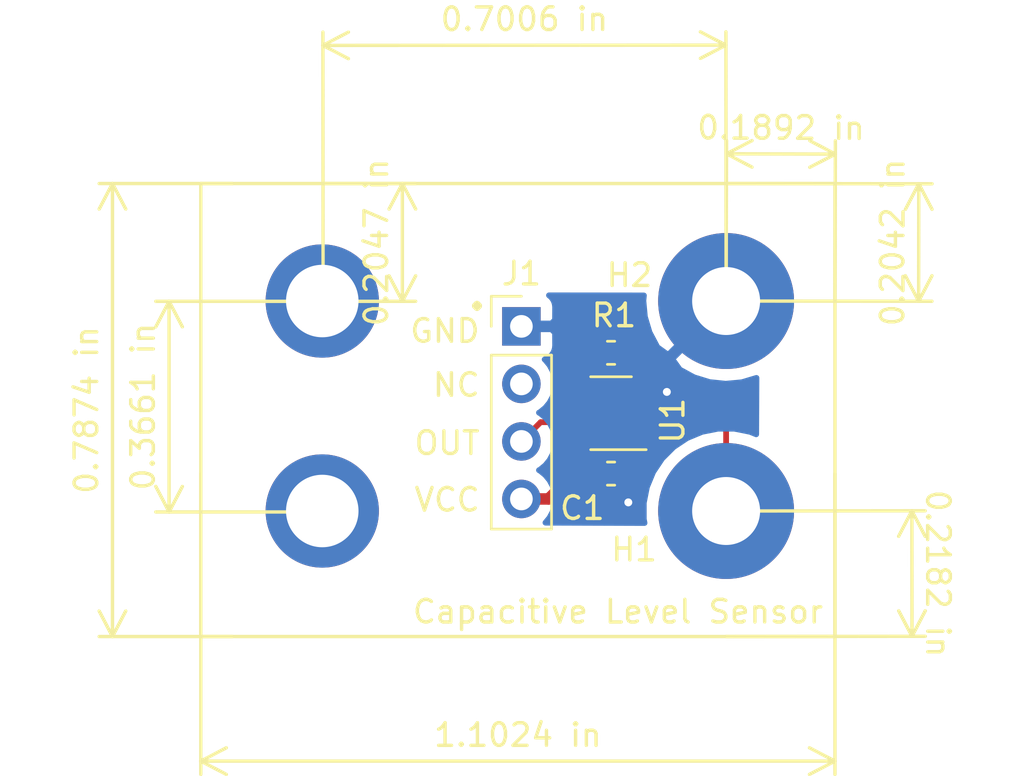
<source format=kicad_pcb>
(kicad_pcb (version 20171130) (host pcbnew "(5.1.2)-2")

  (general
    (thickness 1.6)
    (drawings 18)
    (tracks 32)
    (zones 0)
    (modules 6)
    (nets 6)
  )

  (page A4)
  (layers
    (0 F.Cu signal)
    (31 B.Cu signal)
    (32 B.Adhes user)
    (33 F.Adhes user)
    (34 B.Paste user)
    (35 F.Paste user)
    (36 B.SilkS user)
    (37 F.SilkS user)
    (38 B.Mask user)
    (39 F.Mask user)
    (40 Dwgs.User user)
    (41 Cmts.User user)
    (42 Eco1.User user)
    (43 Eco2.User user)
    (44 Edge.Cuts user)
    (45 Margin user)
    (46 B.CrtYd user)
    (47 F.CrtYd user)
    (48 B.Fab user)
    (49 F.Fab user hide)
  )

  (setup
    (last_trace_width 0.254)
    (user_trace_width 0.254)
    (user_trace_width 0.508)
    (user_trace_width 0.762)
    (trace_clearance 0.2)
    (zone_clearance 0.508)
    (zone_45_only no)
    (trace_min 0.2)
    (via_size 0.7)
    (via_drill 0.35)
    (via_min_size 0.4)
    (via_min_drill 0.3)
    (user_via 0.7 0.35)
    (user_via 1 0.5)
    (user_via 5 3.2)
    (uvia_size 0.3)
    (uvia_drill 0.1)
    (uvias_allowed no)
    (uvia_min_size 0.2)
    (uvia_min_drill 0.1)
    (edge_width 0.1)
    (segment_width 0.2)
    (pcb_text_width 0.3)
    (pcb_text_size 1.5 1.5)
    (mod_edge_width 0.15)
    (mod_text_size 1 1)
    (mod_text_width 0.15)
    (pad_size 1.7 1.7)
    (pad_drill 1)
    (pad_to_mask_clearance 0)
    (aux_axis_origin 0 0)
    (visible_elements 7FFFEFFF)
    (pcbplotparams
      (layerselection 0x000f0_ffffffff)
      (usegerberextensions false)
      (usegerberattributes false)
      (usegerberadvancedattributes false)
      (creategerberjobfile false)
      (excludeedgelayer true)
      (linewidth 0.100000)
      (plotframeref false)
      (viasonmask false)
      (mode 1)
      (useauxorigin false)
      (hpglpennumber 1)
      (hpglpenspeed 20)
      (hpglpendiameter 15.000000)
      (psnegative false)
      (psa4output false)
      (plotreference true)
      (plotvalue false)
      (plotinvisibletext false)
      (padsonsilk false)
      (subtractmaskfromsilk false)
      (outputformat 1)
      (mirror false)
      (drillshape 0)
      (scaleselection 1)
      (outputdirectory "schmitt_fab/"))
  )

  (net 0 "")
  (net 1 GND)
  (net 2 VCC)
  (net 3 "Net-(H1-Pad1)")
  (net 4 "Net-(J1-Pad3)")
  (net 5 "Net-(J1-Pad2)")

  (net_class Default "This is the default net class."
    (clearance 0.2)
    (trace_width 0.254)
    (via_dia 0.7)
    (via_drill 0.35)
    (uvia_dia 0.3)
    (uvia_drill 0.1)
    (add_net GND)
    (add_net "Net-(H1-Pad1)")
    (add_net "Net-(J1-Pad2)")
    (add_net "Net-(J1-Pad3)")
    (add_net VCC)
  )

  (module Capacitor_SMD:C_0603_1608Metric (layer F.Cu) (tedit 5B301BBE) (tstamp 607012E4)
    (at 150.114 106.807)
    (descr "Capacitor SMD 0603 (1608 Metric), square (rectangular) end terminal, IPC_7351 nominal, (Body size source: http://www.tortai-tech.com/upload/download/2011102023233369053.pdf), generated with kicad-footprint-generator")
    (tags capacitor)
    (path /6089A4E2)
    (attr smd)
    (fp_text reference C1 (at -1.27 1.524) (layer F.SilkS)
      (effects (font (size 1 1) (thickness 0.15)))
    )
    (fp_text value C (at 0 -1.397) (layer F.Fab)
      (effects (font (size 1 1) (thickness 0.15)))
    )
    (fp_text user %R (at 0 0) (layer F.Fab)
      (effects (font (size 0.4 0.4) (thickness 0.06)))
    )
    (fp_line (start 1.48 0.73) (end -1.48 0.73) (layer F.CrtYd) (width 0.05))
    (fp_line (start 1.48 -0.73) (end 1.48 0.73) (layer F.CrtYd) (width 0.05))
    (fp_line (start -1.48 -0.73) (end 1.48 -0.73) (layer F.CrtYd) (width 0.05))
    (fp_line (start -1.48 0.73) (end -1.48 -0.73) (layer F.CrtYd) (width 0.05))
    (fp_line (start -0.162779 0.51) (end 0.162779 0.51) (layer F.SilkS) (width 0.12))
    (fp_line (start -0.162779 -0.51) (end 0.162779 -0.51) (layer F.SilkS) (width 0.12))
    (fp_line (start 0.8 0.4) (end -0.8 0.4) (layer F.Fab) (width 0.1))
    (fp_line (start 0.8 -0.4) (end 0.8 0.4) (layer F.Fab) (width 0.1))
    (fp_line (start -0.8 -0.4) (end 0.8 -0.4) (layer F.Fab) (width 0.1))
    (fp_line (start -0.8 0.4) (end -0.8 -0.4) (layer F.Fab) (width 0.1))
    (pad 2 smd roundrect (at 0.7875 0) (size 0.875 0.95) (layers F.Cu F.Paste F.Mask) (roundrect_rratio 0.25)
      (net 1 GND))
    (pad 1 smd roundrect (at -0.7875 0) (size 0.875 0.95) (layers F.Cu F.Paste F.Mask) (roundrect_rratio 0.25)
      (net 2 VCC))
    (model ${KISYS3DMOD}/Capacitor_SMD.3dshapes/C_0603_1608Metric.wrl
      (at (xyz 0 0 0))
      (scale (xyz 1 1 1))
      (rotate (xyz 0 0 0))
    )
  )

  (module Connector_PinHeader_2.54mm:PinHeader_1x04_P2.54mm_Vertical (layer F.Cu) (tedit 59FED5CC) (tstamp 606FAA90)
    (at 146.155781 100.306167)
    (descr "Through hole straight pin header, 1x04, 2.54mm pitch, single row")
    (tags "Through hole pin header THT 1x04 2.54mm single row")
    (path /606DF9E3)
    (fp_text reference J1 (at 0 -2.33) (layer F.SilkS)
      (effects (font (size 1 1) (thickness 0.15)))
    )
    (fp_text value " " (at 0 9.95) (layer F.Fab)
      (effects (font (size 1 1) (thickness 0.15)))
    )
    (fp_text user %R (at 0 3.81 90) (layer F.Fab)
      (effects (font (size 1 1) (thickness 0.15)))
    )
    (fp_line (start 1.8 -1.8) (end -1.8 -1.8) (layer F.CrtYd) (width 0.05))
    (fp_line (start 1.8 9.4) (end 1.8 -1.8) (layer F.CrtYd) (width 0.05))
    (fp_line (start -1.8 9.4) (end 1.8 9.4) (layer F.CrtYd) (width 0.05))
    (fp_line (start -1.8 -1.8) (end -1.8 9.4) (layer F.CrtYd) (width 0.05))
    (fp_line (start -1.33 -1.33) (end 0 -1.33) (layer F.SilkS) (width 0.12))
    (fp_line (start -1.33 0) (end -1.33 -1.33) (layer F.SilkS) (width 0.12))
    (fp_line (start -1.33 1.27) (end 1.33 1.27) (layer F.SilkS) (width 0.12))
    (fp_line (start 1.33 1.27) (end 1.33 8.95) (layer F.SilkS) (width 0.12))
    (fp_line (start -1.33 1.27) (end -1.33 8.95) (layer F.SilkS) (width 0.12))
    (fp_line (start -1.33 8.95) (end 1.33 8.95) (layer F.SilkS) (width 0.12))
    (fp_line (start -1.27 -0.635) (end -0.635 -1.27) (layer F.Fab) (width 0.1))
    (fp_line (start -1.27 8.89) (end -1.27 -0.635) (layer F.Fab) (width 0.1))
    (fp_line (start 1.27 8.89) (end -1.27 8.89) (layer F.Fab) (width 0.1))
    (fp_line (start 1.27 -1.27) (end 1.27 8.89) (layer F.Fab) (width 0.1))
    (fp_line (start -0.635 -1.27) (end 1.27 -1.27) (layer F.Fab) (width 0.1))
    (pad 4 thru_hole oval (at 0 7.62) (size 1.7 1.7) (drill 1) (layers *.Cu *.Mask)
      (net 2 VCC))
    (pad 3 thru_hole oval (at 0 5.08) (size 1.7 1.7) (drill 1) (layers *.Cu *.Mask)
      (net 4 "Net-(J1-Pad3)"))
    (pad 2 thru_hole oval (at 0 2.54) (size 1.7 1.7) (drill 1) (layers *.Cu *.Mask)
      (net 5 "Net-(J1-Pad2)"))
    (pad 1 thru_hole rect (at 0 0) (size 1.7 1.7) (drill 1) (layers *.Cu *.Mask)
      (net 1 GND))
    (model ${KISYS3DMOD}/Connector_PinHeader_2.54mm.3dshapes/PinHeader_1x04_P2.54mm_Vertical.wrl
      (at (xyz 0 0 0))
      (scale (xyz 1 1 1))
      (rotate (xyz 0 0 0))
    )
  )

  (module MountingHole:MountingHole_3mm_Pad (layer F.Cu) (tedit 56D1B4CB) (tstamp 6064D5BE)
    (at 155.194 99.187)
    (descr "Mounting Hole 3mm")
    (tags "mounting hole 3mm")
    (path /6064EA65)
    (attr virtual)
    (fp_text reference H2 (at -4.2672 -1.143) (layer F.SilkS)
      (effects (font (size 1 1) (thickness 0.15)))
    )
    (fp_text value " " (at 0 4) (layer F.Fab)
      (effects (font (size 1 1) (thickness 0.15)))
    )
    (fp_circle (center 0 0) (end 3.25 0) (layer F.CrtYd) (width 0.05))
    (fp_circle (center 0 0) (end 3 0) (layer Cmts.User) (width 0.15))
    (fp_text user %R (at 0.3 0) (layer F.Fab)
      (effects (font (size 1 1) (thickness 0.15)))
    )
    (pad 1 thru_hole circle (at 0 0) (size 6 6) (drill 3) (layers *.Cu *.Mask)
      (net 1 GND))
  )

  (module MountingHole:MountingHole_3mm_Pad (layer F.Cu) (tedit 56D1B4CB) (tstamp 6064D5B6)
    (at 155.194 108.458)
    (descr "Mounting Hole 3mm")
    (tags "mounting hole 3mm")
    (path /6062F18F)
    (attr virtual)
    (fp_text reference H1 (at -4.064 1.7018) (layer F.SilkS)
      (effects (font (size 1 1) (thickness 0.15)))
    )
    (fp_text value " " (at 0 4) (layer F.Fab)
      (effects (font (size 1 1) (thickness 0.15)))
    )
    (fp_circle (center 0 0) (end 3.25 0) (layer F.CrtYd) (width 0.05))
    (fp_circle (center 0 0) (end 3 0) (layer Cmts.User) (width 0.15))
    (fp_text user %R (at 0.3 0) (layer F.Fab)
      (effects (font (size 1 1) (thickness 0.15)))
    )
    (pad 1 thru_hole circle (at 0 0) (size 6 6) (drill 3) (layers *.Cu *.Mask)
      (net 3 "Net-(H1-Pad1)"))
  )

  (module Package_TO_SOT_SMD:SOT-23-5 (layer F.Cu) (tedit 5A02FF57) (tstamp 6064D5FB)
    (at 150.114 104.14 180)
    (descr "5-pin SOT23 package")
    (tags SOT-23-5)
    (path /6089870D)
    (attr smd)
    (fp_text reference U1 (at -2.7178 -0.3302 90) (layer F.SilkS)
      (effects (font (size 1 1) (thickness 0.15)))
    )
    (fp_text value " " (at -0.254 -2.286) (layer F.Fab)
      (effects (font (size 1 1) (thickness 0.15)))
    )
    (fp_line (start 0.9 -1.55) (end 0.9 1.55) (layer F.Fab) (width 0.1))
    (fp_line (start 0.9 1.55) (end -0.9 1.55) (layer F.Fab) (width 0.1))
    (fp_line (start -0.9 -0.9) (end -0.9 1.55) (layer F.Fab) (width 0.1))
    (fp_line (start 0.9 -1.55) (end -0.25 -1.55) (layer F.Fab) (width 0.1))
    (fp_line (start -0.9 -0.9) (end -0.25 -1.55) (layer F.Fab) (width 0.1))
    (fp_line (start -1.9 1.8) (end -1.9 -1.8) (layer F.CrtYd) (width 0.05))
    (fp_line (start 1.9 1.8) (end -1.9 1.8) (layer F.CrtYd) (width 0.05))
    (fp_line (start 1.9 -1.8) (end 1.9 1.8) (layer F.CrtYd) (width 0.05))
    (fp_line (start -1.9 -1.8) (end 1.9 -1.8) (layer F.CrtYd) (width 0.05))
    (fp_line (start 0.9 -1.61) (end -1.55 -1.61) (layer F.SilkS) (width 0.12))
    (fp_line (start -0.9 1.61) (end 0.9 1.61) (layer F.SilkS) (width 0.12))
    (fp_text user %R (at 0 0 90) (layer F.Fab)
      (effects (font (size 0.5 0.5) (thickness 0.075)))
    )
    (pad 5 smd rect (at 1.1 -0.95 180) (size 1.06 0.65) (layers F.Cu F.Paste F.Mask)
      (net 2 VCC))
    (pad 4 smd rect (at 1.1 0.95 180) (size 1.06 0.65) (layers F.Cu F.Paste F.Mask)
      (net 4 "Net-(J1-Pad3)"))
    (pad 3 smd rect (at -1.1 0.95 180) (size 1.06 0.65) (layers F.Cu F.Paste F.Mask)
      (net 1 GND))
    (pad 2 smd rect (at -1.1 0 180) (size 1.06 0.65) (layers F.Cu F.Paste F.Mask)
      (net 3 "Net-(H1-Pad1)"))
    (pad 1 smd rect (at -1.1 -0.95 180) (size 1.06 0.65) (layers F.Cu F.Paste F.Mask))
    (model ${KISYS3DMOD}/Package_TO_SOT_SMD.3dshapes/SOT-23-5.wrl
      (at (xyz 0 0 0))
      (scale (xyz 1 1 1))
      (rotate (xyz 0 0 0))
    )
  )

  (module Resistor_SMD:R_0603_1608Metric (layer F.Cu) (tedit 5B301BBD) (tstamp 6064D5E6)
    (at 150.114 101.473)
    (descr "Resistor SMD 0603 (1608 Metric), square (rectangular) end terminal, IPC_7351 nominal, (Body size source: http://www.tortai-tech.com/upload/download/2011102023233369053.pdf), generated with kicad-footprint-generator")
    (tags resistor)
    (path /6089DE2C)
    (attr smd)
    (fp_text reference R1 (at 0.127 -1.651) (layer F.SilkS)
      (effects (font (size 1 1) (thickness 0.15)))
    )
    (fp_text value R (at 2.159 -0.127) (layer F.Fab)
      (effects (font (size 1 1) (thickness 0.15)))
    )
    (fp_text user %R (at 0 0) (layer F.Fab)
      (effects (font (size 0.4 0.4) (thickness 0.06)))
    )
    (fp_line (start 1.48 0.73) (end -1.48 0.73) (layer F.CrtYd) (width 0.05))
    (fp_line (start 1.48 -0.73) (end 1.48 0.73) (layer F.CrtYd) (width 0.05))
    (fp_line (start -1.48 -0.73) (end 1.48 -0.73) (layer F.CrtYd) (width 0.05))
    (fp_line (start -1.48 0.73) (end -1.48 -0.73) (layer F.CrtYd) (width 0.05))
    (fp_line (start -0.162779 0.51) (end 0.162779 0.51) (layer F.SilkS) (width 0.12))
    (fp_line (start -0.162779 -0.51) (end 0.162779 -0.51) (layer F.SilkS) (width 0.12))
    (fp_line (start 0.8 0.4) (end -0.8 0.4) (layer F.Fab) (width 0.1))
    (fp_line (start 0.8 -0.4) (end 0.8 0.4) (layer F.Fab) (width 0.1))
    (fp_line (start -0.8 -0.4) (end 0.8 -0.4) (layer F.Fab) (width 0.1))
    (fp_line (start -0.8 0.4) (end -0.8 -0.4) (layer F.Fab) (width 0.1))
    (pad 2 smd roundrect (at 0.7875 0) (size 0.875 0.95) (layers F.Cu F.Paste F.Mask) (roundrect_rratio 0.25)
      (net 3 "Net-(H1-Pad1)"))
    (pad 1 smd roundrect (at -0.7875 0) (size 0.875 0.95) (layers F.Cu F.Paste F.Mask) (roundrect_rratio 0.25)
      (net 4 "Net-(J1-Pad3)"))
    (model ${KISYS3DMOD}/Resistor_SMD.3dshapes/R_0603_1608Metric.wrl
      (at (xyz 0 0 0))
      (scale (xyz 1 1 1))
      (rotate (xyz 0 0 0))
    )
  )

  (dimension 17.794005 (width 0.15) (layer F.SilkS)
    (gr_text "17.794 mm" (at 146.287795 86.594164 0.04185933467) (layer F.SilkS)
      (effects (font (size 1 1) (thickness 0.15)))
    )
    (feature1 (pts (xy 137.4 99.2) (xy 137.391316 87.314243)))
    (feature2 (pts (xy 155.194 99.187) (xy 155.185316 87.301243)))
    (crossbar (pts (xy 155.185745 87.887664) (xy 137.391745 87.900664)))
    (arrow1a (pts (xy 137.391745 87.900664) (xy 138.51782 87.31342)))
    (arrow1b (pts (xy 137.391745 87.900664) (xy 138.518677 88.486262)))
    (arrow2a (pts (xy 155.185745 87.887664) (xy 154.058813 87.302066)))
    (arrow2b (pts (xy 155.185745 87.887664) (xy 154.05967 88.474908)))
  )
  (dimension 5.2 (width 0.15) (layer F.SilkS)
    (gr_text "5.200 mm" (at 142.2 96.6 90) (layer F.SilkS)
      (effects (font (size 1 1) (thickness 0.15)))
    )
    (feature1 (pts (xy 137.4 94) (xy 141.486421 94)))
    (feature2 (pts (xy 137.4 99.2) (xy 141.486421 99.2)))
    (crossbar (pts (xy 140.9 99.2) (xy 140.9 94)))
    (arrow1a (pts (xy 140.9 94) (xy 141.486421 95.126504)))
    (arrow1b (pts (xy 140.9 94) (xy 140.313579 95.126504)))
    (arrow2a (pts (xy 140.9 99.2) (xy 141.486421 98.073496)))
    (arrow2b (pts (xy 140.9 99.2) (xy 140.313579 98.073496)))
  )
  (dimension 9.3 (width 0.15) (layer F.SilkS)
    (gr_text "9.300 mm" (at 129.3 103.85 270) (layer F.SilkS)
      (effects (font (size 1 1) (thickness 0.15)))
    )
    (feature1 (pts (xy 137.4 108.5) (xy 130.013579 108.5)))
    (feature2 (pts (xy 137.4 99.2) (xy 130.013579 99.2)))
    (crossbar (pts (xy 130.6 99.2) (xy 130.6 108.5)))
    (arrow1a (pts (xy 130.6 108.5) (xy 130.013579 107.373496)))
    (arrow1b (pts (xy 130.6 108.5) (xy 131.186421 107.373496)))
    (arrow2a (pts (xy 130.6 99.2) (xy 130.013579 100.326504)))
    (arrow2b (pts (xy 130.6 99.2) (xy 131.186421 100.326504)))
  )
  (dimension 5.542003 (width 0.15) (layer F.SilkS)
    (gr_text "5.542 mm" (at 164.698829 111.218713 270.0620308) (layer F.SilkS)
      (effects (font (size 1 1) (thickness 0.15)))
    )
    (feature1 (pts (xy 155.2 114) (xy 163.988251 113.990485)))
    (feature2 (pts (xy 155.194 108.458) (xy 163.982251 108.448485)))
    (crossbar (pts (xy 163.39583 108.44912) (xy 163.40183 113.99112)))
    (arrow1a (pts (xy 163.40183 113.99112) (xy 162.81419 112.865252)))
    (arrow1b (pts (xy 163.40183 113.99112) (xy 163.987031 112.863982)))
    (arrow2a (pts (xy 163.39583 108.44912) (xy 162.810629 109.576258)))
    (arrow2b (pts (xy 163.39583 108.44912) (xy 163.98347 109.574988)))
  )
  (dimension 20 (width 0.15) (layer F.SilkS)
    (gr_text "20.000 mm" (at 126.8 104 270) (layer F.SilkS)
      (effects (font (size 1 1) (thickness 0.15)))
    )
    (feature1 (pts (xy 133.4 114) (xy 127.513579 114)))
    (feature2 (pts (xy 133.4 94) (xy 127.513579 94)))
    (crossbar (pts (xy 128.1 94) (xy 128.1 114)))
    (arrow1a (pts (xy 128.1 114) (xy 127.513579 112.873496)))
    (arrow1b (pts (xy 128.1 114) (xy 128.686421 112.873496)))
    (arrow2a (pts (xy 128.1 94) (xy 127.513579 95.126504)))
    (arrow2b (pts (xy 128.1 94) (xy 128.686421 95.126504)))
  )
  (dimension 28 (width 0.15) (layer F.SilkS)
    (gr_text "28.000 mm" (at 146 120.8) (layer F.SilkS)
      (effects (font (size 1 1) (thickness 0.15)))
    )
    (feature1 (pts (xy 160 106.8) (xy 160 120.086421)))
    (feature2 (pts (xy 132 106.8) (xy 132 120.086421)))
    (crossbar (pts (xy 132 119.5) (xy 160 119.5)))
    (arrow1a (pts (xy 160 119.5) (xy 158.873496 120.086421)))
    (arrow1b (pts (xy 160 119.5) (xy 158.873496 118.913579)))
    (arrow2a (pts (xy 132 119.5) (xy 133.126504 120.086421)))
    (arrow2b (pts (xy 132 119.5) (xy 133.126504 118.913579)))
  )
  (dimension 5.187003 (width 0.15) (layer F.SilkS)
    (gr_text "5.187 mm" (at 164.997565 96.604837 89.93372382) (layer F.SilkS)
      (effects (font (size 1 1) (thickness 0.15)))
    )
    (feature1 (pts (xy 155.2 94) (xy 164.286987 94.010511)))
    (feature2 (pts (xy 155.194 99.187) (xy 164.280987 99.197511)))
    (crossbar (pts (xy 163.694566 99.196833) (xy 163.700566 94.009833)))
    (arrow1a (pts (xy 163.700566 94.009833) (xy 164.285683 95.137014)))
    (arrow1b (pts (xy 163.700566 94.009833) (xy 163.112843 95.135658)))
    (arrow2a (pts (xy 163.694566 99.196833) (xy 164.282289 98.071008)))
    (arrow2b (pts (xy 163.694566 99.196833) (xy 163.109449 98.069652)))
  )
  (dimension 4.806018 (width 0.15) (layer F.SilkS)
    (gr_text "4.806 mm" (at 157.6181 91.393012 359.845018) (layer F.SilkS)
      (effects (font (size 1 1) (thickness 0.15)))
    )
    (feature1 (pts (xy 160 99.2) (xy 160.01917 92.113088)))
    (feature2 (pts (xy 155.194 99.187) (xy 155.21317 92.100088)))
    (crossbar (pts (xy 155.211584 92.686507) (xy 160.017584 92.699507)))
    (arrow1a (pts (xy 160.017584 92.699507) (xy 158.889498 93.282878)))
    (arrow1b (pts (xy 160.017584 92.699507) (xy 158.892671 92.110041)))
    (arrow2a (pts (xy 155.211584 92.686507) (xy 156.336497 93.275973)))
    (arrow2b (pts (xy 155.211584 92.686507) (xy 156.33967 92.103136)))
  )
  (gr_line (start 132 94) (end 132 114) (layer F.SilkS) (width 0.15) (tstamp 6079B583))
  (gr_line (start 160 94) (end 132 94) (layer F.SilkS) (width 0.15))
  (gr_line (start 160 114) (end 160 94) (layer F.SilkS) (width 0.15))
  (gr_line (start 132 114) (end 160 114) (layer F.SilkS) (width 0.15))
  (gr_text VCC (at 142.875 107.9627) (layer F.SilkS) (tstamp 60797246)
    (effects (font (size 1 1) (thickness 0.15)))
  )
  (gr_text "OUT\n" (at 142.875 105.4608) (layer F.SilkS) (tstamp 60797241)
    (effects (font (size 1 1) (thickness 0.15)))
  )
  (gr_text NC (at 143.279762 102.8954) (layer F.SilkS)
    (effects (font (size 1 1) (thickness 0.15)))
  )
  (gr_text "GND\n" (at 142.779762 100.5078) (layer F.SilkS)
    (effects (font (size 1 1) (thickness 0.15)))
  )
  (gr_text . (at 144.1958 98.7933) (layer F.SilkS)
    (effects (font (size 1.5 1.5) (thickness 0.3)))
  )
  (gr_text "Capacitive Level Sensor" (at 150.4188 112.903) (layer F.SilkS)
    (effects (font (size 1 1) (thickness 0.15)))
  )

  (via (at 137.3632 99.187) (size 5) (drill 3.2) (layers F.Cu B.Cu) (net 0))
  (via (at 137.3632 108.458) (size 5) (drill 3.2) (layers F.Cu B.Cu) (net 0))
  (segment (start 154.074833 100.306167) (end 155.194 99.187) (width 0.25) (layer F.Cu) (net 1))
  (via (at 150.876 108.077) (size 0.7) (drill 0.35) (layers F.Cu B.Cu) (net 1))
  (segment (start 150.9015 106.807) (end 150.9015 108.0515) (width 0.254) (layer F.Cu) (net 1))
  (segment (start 150.9015 108.0515) (end 150.876 108.077) (width 0.254) (layer F.Cu) (net 1))
  (via (at 152.5778 103.2002) (size 0.7) (drill 0.35) (layers F.Cu B.Cu) (net 1))
  (segment (start 151.214 103.19) (end 152.5676 103.19) (width 0.254) (layer F.Cu) (net 1))
  (segment (start 152.5676 103.19) (end 152.5778 103.2002) (width 0.254) (layer F.Cu) (net 1))
  (segment (start 146.258948 107.823) (end 146.155781 107.926167) (width 0.25) (layer F.Cu) (net 2))
  (segment (start 148.477029 106.807) (end 149.3265 106.807) (width 0.508) (layer F.Cu) (net 2))
  (segment (start 146.155781 107.926167) (end 147.357862 107.926167) (width 0.508) (layer F.Cu) (net 2))
  (segment (start 147.357862 107.926167) (end 148.477029 106.807) (width 0.508) (layer F.Cu) (net 2))
  (segment (start 149.3265 105.9775) (end 149.3265 106.807) (width 0.508) (layer F.Cu) (net 2))
  (segment (start 149.014 105.09) (end 149.014 105.665) (width 0.508) (layer F.Cu) (net 2))
  (segment (start 149.014 105.665) (end 149.3265 105.9775) (width 0.508) (layer F.Cu) (net 2))
  (segment (start 155.194 108.458) (end 155.194 104.902) (width 0.254) (layer F.Cu) (net 3))
  (segment (start 154.432 104.14) (end 151.214 104.14) (width 0.254) (layer F.Cu) (net 3))
  (segment (start 155.194 104.902) (end 154.432 104.14) (width 0.254) (layer F.Cu) (net 3))
  (segment (start 150.9015 102.048) (end 150.114 102.8355) (width 0.254) (layer F.Cu) (net 3))
  (segment (start 150.9015 101.473) (end 150.9015 102.048) (width 0.254) (layer F.Cu) (net 3))
  (segment (start 150.434 104.14) (end 151.214 104.14) (width 0.254) (layer F.Cu) (net 3))
  (segment (start 150.114 103.82) (end 150.434 104.14) (width 0.254) (layer F.Cu) (net 3))
  (segment (start 150.114 102.8355) (end 150.114 103.82) (width 0.254) (layer F.Cu) (net 3))
  (segment (start 149.3265 102.048) (end 149.0125 102.362) (width 0.254) (layer F.Cu) (net 4))
  (segment (start 149.3265 101.473) (end 149.3265 102.048) (width 0.254) (layer F.Cu) (net 4))
  (segment (start 149.014 102.3635) (end 149.014 103.19) (width 0.254) (layer F.Cu) (net 4))
  (segment (start 149.0125 102.362) (end 149.014 102.3635) (width 0.25) (layer F.Cu) (net 4))
  (segment (start 149.014 103.765) (end 149.014 103.19) (width 0.254) (layer F.Cu) (net 4))
  (segment (start 148.242832 104.536168) (end 149.014 103.765) (width 0.254) (layer F.Cu) (net 4))
  (segment (start 147.00578 104.536168) (end 148.242832 104.536168) (width 0.254) (layer F.Cu) (net 4))
  (segment (start 146.155781 105.386167) (end 147.00578 104.536168) (width 0.254) (layer F.Cu) (net 4))

  (zone (net 1) (net_name GND) (layer B.Cu) (tstamp 6079BDBB) (hatch edge 0.508)
    (connect_pads (clearance 0.508))
    (min_thickness 0.254)
    (fill yes (arc_segments 32) (thermal_gap 0.508) (thermal_bridge_width 0.508))
    (polygon
      (pts
        (xy 144.8816 98.806) (xy 156.6799 98.8187) (xy 156.6291 109.1311) (xy 144.78 109.093)
      )
    )
    (filled_polygon
      (pts
        (xy 151.565187 98.940195) (xy 151.54145 99.170589) (xy 151.608431 99.883482) (xy 151.813204 100.569609) (xy 152.147898 101.202603)
        (xy 152.166132 101.229894) (xy 152.635314 101.566081) (xy 155.014395 99.187) (xy 155.000253 99.172858) (xy 155.179858 98.993253)
        (xy 155.194 99.007395) (xy 155.208143 98.993253) (xy 155.387748 99.172858) (xy 155.373605 99.187) (xy 155.387748 99.201143)
        (xy 155.208143 99.380748) (xy 155.194 99.366605) (xy 152.814919 101.745686) (xy 153.151106 102.214868) (xy 153.781068 102.555237)
        (xy 154.465327 102.766166) (xy 155.177589 102.83955) (xy 155.890482 102.772569) (xy 156.534369 102.580403) (xy 156.522087 105.073616)
        (xy 156.25429 104.962691) (xy 155.552016 104.823) (xy 154.835984 104.823) (xy 154.13371 104.962691) (xy 153.472182 105.236705)
        (xy 152.876823 105.634511) (xy 152.370511 106.140823) (xy 151.972705 106.736182) (xy 151.698691 107.39771) (xy 151.559 108.099984)
        (xy 151.559 108.816016) (xy 151.593191 108.987907) (xy 147.217042 108.973836) (xy 147.396487 108.755181) (xy 147.53438 108.497201)
        (xy 147.619294 108.217278) (xy 147.647966 107.926167) (xy 147.619294 107.635056) (xy 147.53438 107.355133) (xy 147.396487 107.097153)
        (xy 147.210915 106.871033) (xy 146.984795 106.685461) (xy 146.92999 106.656167) (xy 146.984795 106.626873) (xy 147.210915 106.441301)
        (xy 147.396487 106.215181) (xy 147.53438 105.957201) (xy 147.619294 105.677278) (xy 147.647966 105.386167) (xy 147.619294 105.095056)
        (xy 147.53438 104.815133) (xy 147.396487 104.557153) (xy 147.210915 104.331033) (xy 146.984795 104.145461) (xy 146.92999 104.116167)
        (xy 146.984795 104.086873) (xy 147.210915 103.901301) (xy 147.396487 103.675181) (xy 147.53438 103.417201) (xy 147.619294 103.137278)
        (xy 147.647966 102.846167) (xy 147.619294 102.555056) (xy 147.53438 102.275133) (xy 147.396487 102.017153) (xy 147.210915 101.791033)
        (xy 147.181094 101.76656) (xy 147.249961 101.745669) (xy 147.360275 101.686704) (xy 147.456966 101.607352) (xy 147.536318 101.510661)
        (xy 147.595283 101.400347) (xy 147.631593 101.280649) (xy 147.643853 101.156167) (xy 147.640781 100.591917) (xy 147.482031 100.433167)
        (xy 146.282781 100.433167) (xy 146.282781 100.453167) (xy 146.028781 100.453167) (xy 146.028781 100.433167) (xy 146.008781 100.433167)
        (xy 146.008781 100.179167) (xy 146.028781 100.179167) (xy 146.028781 100.159167) (xy 146.282781 100.159167) (xy 146.282781 100.179167)
        (xy 147.482031 100.179167) (xy 147.640781 100.020417) (xy 147.643853 99.456167) (xy 147.631593 99.331685) (xy 147.595283 99.211987)
        (xy 147.536318 99.101673) (xy 147.456966 99.004982) (xy 147.372523 98.935682)
      )
    )
  )
)

</source>
